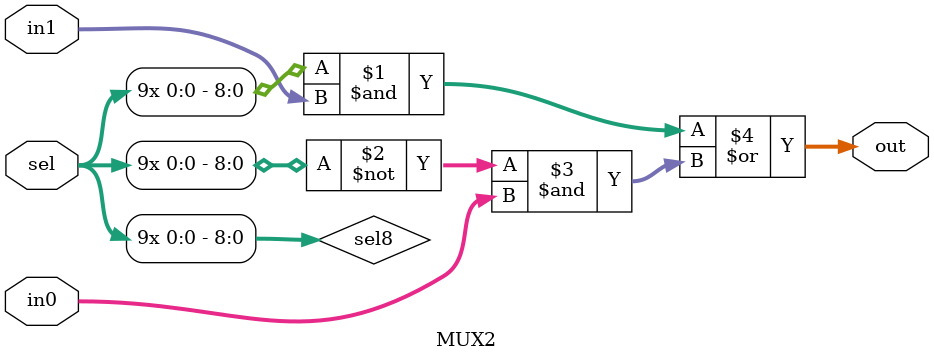
<source format=v>
module substractor(A, B, out);
input [7:0] A, B; //no sign
output [8:0] out; //sign and mag, msb = sign bit
wire [8:0] minus_B, Y0, Y1;
wire [8:0] A1, B1; //msb = sign bit

assign A1 = {1'b0, A}; //msb-sign padding
assign B1 = {1'b0, B}; //msb-sign padding

RCA9 RCA_twos(~B1, 9'b1, minus_B); //2's complement 
RCA9 RCA_minus(A1, minus_B, Y0);
RCA9 RCA_signmag(~Y0, 9'b1, Y1); 
MUX2 M0(Y0, {1'b1, Y1[7:0]}, Y0[8], out);
endmodule

module RCA9 (A, B, Y); //9-bits RCA
input [8:0] A, B;
output [8:0] Y; 
wire [8:0] carry;

FA FullAdder1(.a(A[0]), .b(B[0]), .cin(1'b0), .y(Y[0]), .cout(carry[0])); 
FA FullAdder2(.a(A[1]), .b(B[1]), .cin(carry[0]), .y(Y[1]), .cout(carry[1])); 
FA FullAdder3(.a(A[2]), .b(B[2]), .cin(carry[1]), .y(Y[2]), .cout(carry[2])); 
FA FullAdder4(.a(A[3]), .b(B[3]), .cin(carry[2]), .y(Y[3]), .cout(carry[3])); 
FA FullAdder5(.a(A[4]), .b(B[4]), .cin(carry[3]), .y(Y[4]), .cout(carry[4])); 
FA FullAdder6(.a(A[5]), .b(B[5]), .cin(carry[4]), .y(Y[5]), .cout(carry[5])); 
FA FullAdder7(.a(A[6]), .b(B[6]), .cin(carry[5]), .y(Y[6]), .cout(carry[6])); 
FA FullAdder8(.a(A[7]), .b(B[7]), .cin(carry[6]), .y(Y[7]), .cout(carry[7])); 
FA FullAdder9(.a(A[8]), .b(B[8]), .cin(carry[7]), .y(Y[8]), .cout(carry[8])); 
endmodule

module MUX2(in0, in1, sel, out);
input [8:0] in0, in1;
input sel;
output [8:0] out;
wire [8:0] sel8;

assign sel8 = {sel, sel, sel, sel, sel, sel, sel, sel, sel};
assign out = (sel8 & in1) | (~sel8 & in0);
endmodule

</source>
